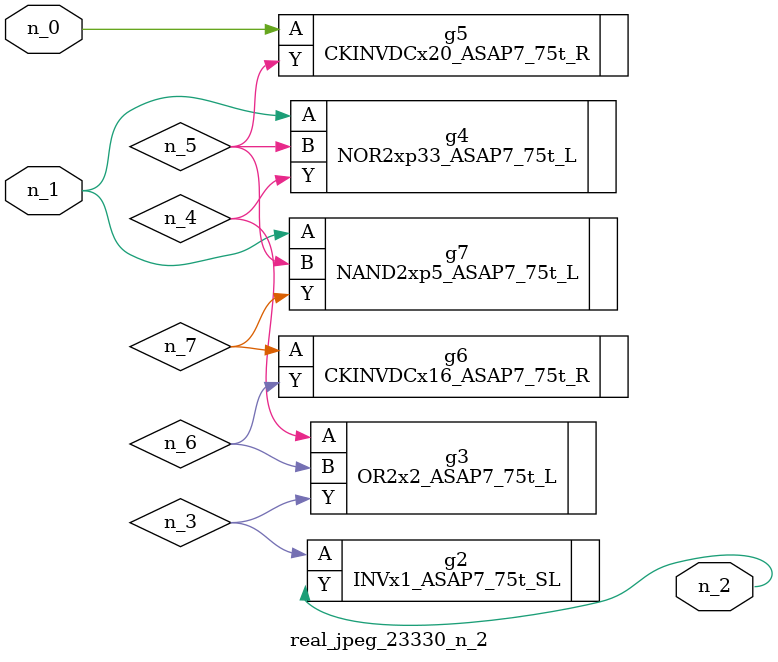
<source format=v>
module real_jpeg_23330_n_2 (n_1, n_0, n_2);

input n_1;
input n_0;

output n_2;

wire n_5;
wire n_4;
wire n_6;
wire n_7;
wire n_3;

CKINVDCx20_ASAP7_75t_R g5 ( 
.A(n_0),
.Y(n_5)
);

NOR2xp33_ASAP7_75t_L g4 ( 
.A(n_1),
.B(n_5),
.Y(n_4)
);

NAND2xp5_ASAP7_75t_L g7 ( 
.A(n_1),
.B(n_5),
.Y(n_7)
);

INVx1_ASAP7_75t_SL g2 ( 
.A(n_3),
.Y(n_2)
);

OR2x2_ASAP7_75t_L g3 ( 
.A(n_4),
.B(n_6),
.Y(n_3)
);

CKINVDCx16_ASAP7_75t_R g6 ( 
.A(n_7),
.Y(n_6)
);


endmodule
</source>
